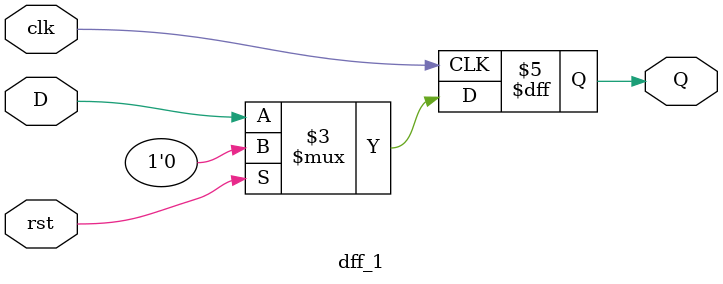
<source format=v>
`timescale 1ns / 1ps

module pipo_1(clk,rst,p_in,p_out);
input clk,rst;
input [3:0]p_in;
output [3:0]p_out;

dff_1 u0(p_in[0],clk,rst,p_out[0]);
dff_1 u1(p_in[1],clk,rst,p_out[1]);
dff_1 u2(p_in[2],clk,rst,p_out[2]);
dff_1 u3(p_in[3],clk,rst,p_out[3]);

endmodule


module dff_1(D, clk, rst, Q);
input D, clk, rst;
output reg Q;

always@(posedge clk) begin
if ({rst})
Q <= 1'b0;
else 
Q <= D;
end 
endmodule
</source>
